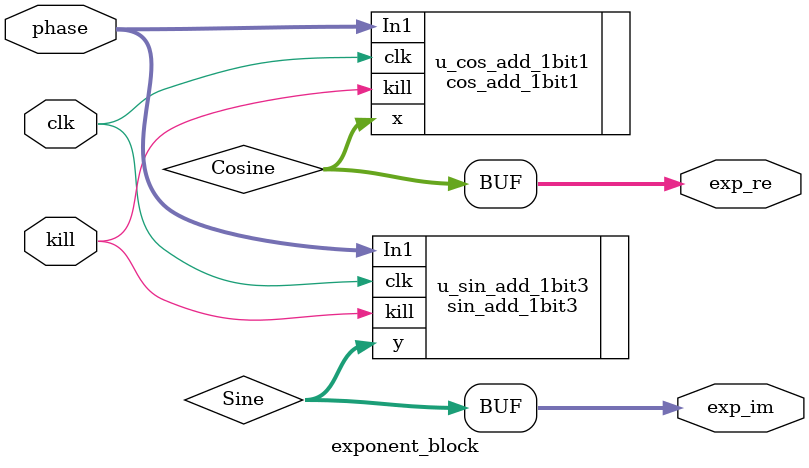
<source format=v>



`timescale 1 ns / 1 ns

module exponent_block
          (clk,
           kill,
           phase,
           exp_re,
           exp_im);


  input   clk;
  input   kill;
  input   signed [9:0] phase;  // sfix10_En10
  output  signed [11:0] exp_re;  // sfix12_En10
  output  signed [11:0] exp_im;  // sfix12_En10


  wire signed [11:0] Cosine;  // sfix12_En10
  wire signed [11:0] Sine;  // sfix12_En10


  cos_add_1bit1 u_cos_add_1bit1 (.clk(clk),
                                 .kill(kill),
                                 .In1(phase),  // sfix10_En10
                                 .x(Cosine)  // sfix12_En10
                                 );

  assign exp_re = Cosine;

  sin_add_1bit3 u_sin_add_1bit3 (.clk(clk),
                                 .kill(kill),
                                 .In1(phase),  // sfix10_En10
                                 .y(Sine)  // sfix12_En10
                                 );

  assign exp_im = Sine;

endmodule  // exponent_block


</source>
